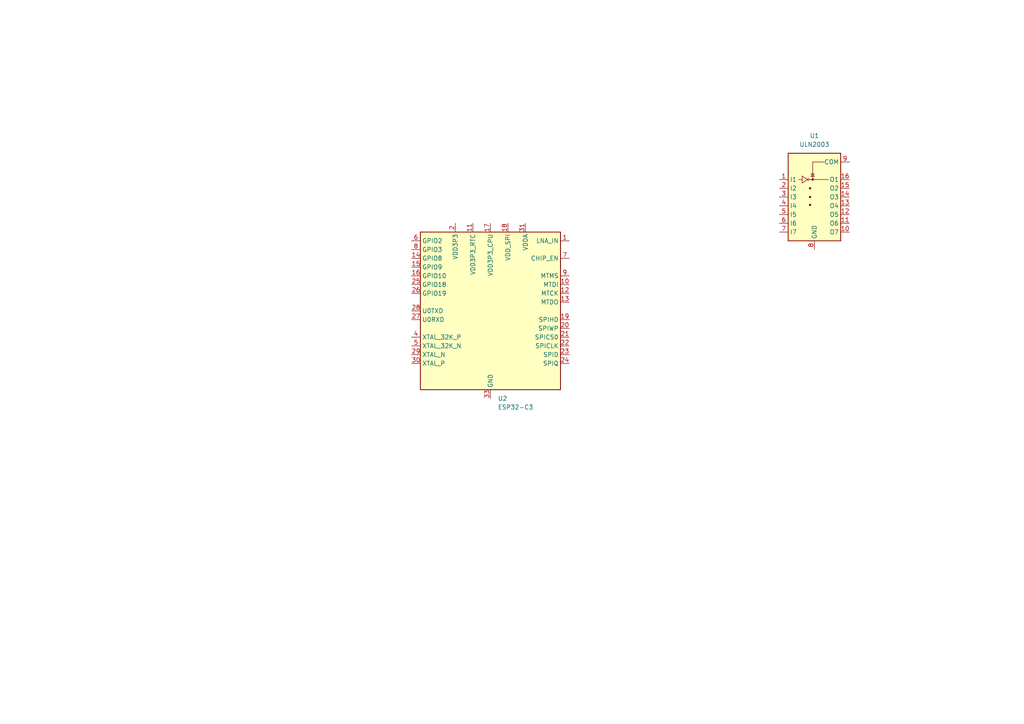
<source format=kicad_sch>
(kicad_sch (version 20250114) (generator "eeschema") (generator_version "9.0")
  (paper "A4")
  (lib_symbols
    (symbol "MCU_Espressif:ESP32-C3"
      (property "Reference" "U" (at -17.272 23.876 0))
      (property "Value" "ESP32-C3" (at 16.256 23.876 0))
      (symbol "ESP32-C3_1_1"
        (rectangle (start -20.32 22.86) (end 20.32 -22.86) (stroke (width 0.254)) (fill (type background)))
        (pin bidirectional line (at -22.86 20.32 0) (length 2.54) (name "GPIO2") (number "6"))
        (pin bidirectional line (at -22.86 17.78 0) (length 2.54) (name "GPIO3") (number "8"))
        (pin bidirectional line (at -22.86 15.24 0) (length 2.54) (name "GPIO8") (number "14"))
        (pin bidirectional line (at -22.86 12.7 0) (length 2.54) (name "GPIO9") (number "15"))
        (pin bidirectional line (at -22.86 10.16 0) (length 2.54) (name "GPIO10") (number "16"))
        (pin bidirectional line (at -22.86 7.62 0) (length 2.54) (name "GPIO18") (number "25"))
        (pin bidirectional line (at -22.86 5.08 0) (length 2.54) (name "GPIO19") (number "26"))
        (pin bidirectional line (at -22.86 0 0) (length 2.54) (name "U0TXD") (number "28"))
        (pin bidirectional line (at -22.86 -2.54 0) (length 2.54) (name "U0RXD") (number "27"))
        (pin bidirectional line (at -22.86 -7.62 0) (length 2.54) (name "XTAL_32K_P") (number "4"))
        (pin bidirectional line (at -22.86 -10.16 0) (length 2.54) (name "XTAL_32K_N") (number "5"))
        (pin bidirectional line (at -22.86 -12.7 0) (length 2.54) (name "XTAL_N") (number "29"))
        (pin bidirectional line (at -22.86 -15.24 0) (length 2.54) (name "XTAL_P") (number "30"))
        (pin power_in line (at -10.16 25.4 270) (length 2.54) (name "VDD3P3") (number "2"))
        (pin passive line (at -10.16 25.4 270) (length 2.54) (hide yes) (name "VDD3P3") (number "3"))
        (pin power_in line (at -5.08 25.4 270) (length 2.54) (name "VDD3P3_RTC") (number "11"))
        (pin power_in line (at 0 25.4 270) (length 2.54) (name "VDD3P3_CPU") (number "17"))
        (pin power_in line (at 0 -25.4 90) (length 2.54) (name "GND") (number "33"))
        (pin power_out line (at 5.08 25.4 270) (length 2.54) (name "VDD_SPI") (number "18"))
        (pin power_in line (at 10.16 25.4 270) (length 2.54) (name "VDDA") (number "31"))
        (pin passive line (at 10.16 25.4 270) (length 2.54) (hide yes) (name "VDDA") (number "32"))
        (pin bidirectional line (at 22.86 20.32 180) (length 2.54) (name "LNA_IN") (number "1"))
        (pin bidirectional line (at 22.86 15.24 180) (length 2.54) (name "CHIP_EN") (number "7"))
        (pin bidirectional line (at 22.86 10.16 180) (length 2.54) (name "MTMS") (number "9"))
        (pin bidirectional line (at 22.86 7.62 180) (length 2.54) (name "MTDI") (number "10"))
        (pin bidirectional line (at 22.86 5.08 180) (length 2.54) (name "MTCK") (number "12"))
        (pin bidirectional line (at 22.86 2.54 180) (length 2.54) (name "MTDO") (number "13"))
        (pin bidirectional line (at 22.86 -2.54 180) (length 2.54) (name "SPIHD") (number "19"))
        (pin bidirectional line (at 22.86 -5.08 180) (length 2.54) (name "SPIWP") (number "20"))
        (pin bidirectional line (at 22.86 -7.62 180) (length 2.54) (name "SPICS0") (number "21"))
        (pin bidirectional line (at 22.86 -10.16 180) (length 2.54) (name "SPICLK") (number "22"))
        (pin bidirectional line (at 22.86 -12.7 180) (length 2.54) (name "SPID") (number "23"))
        (pin bidirectional line (at 22.86 -15.24 180) (length 2.54) (name "SPIQ") (number "24"))
      )
    )
    (symbol "Transistor_Array:ULN2003"
      (property "Reference" "U" (at 0 15.875 0))
      (property "Value" "ULN2003" (at 0 13.97 0))
      (symbol "ULN2003_0_1"
        (rectangle (start -7.62 -12.7) (end 7.62 12.7) (stroke (width 0.254)) (fill (type background)))
        (polyline (pts (xy -4.572 5.08) (xy -3.556 5.08)))
        (polyline (pts (xy -3.556 6.096) (xy -3.556 4.064) (xy -2.032 5.08) (xy -3.556 6.096)))
        (circle (center -1.778 5.08) (radius 0.254))
        (polyline (pts (xy -1.524 5.08) (xy 4.064 5.08)))
        (circle (center -1.27 2.54) (radius 0.254) (fill (type outline)))
        (circle (center -1.27 0) (radius 0.254) (fill (type outline)))
        (circle (center -1.27 -2.286) (radius 0.254) (fill (type outline)))
        (circle (center -0.508 5.08) (radius 0.254) (fill (type outline)))
        (polyline (pts (xy -0.508 5.08) (xy -0.508 10.16) (xy 2.921 10.16)))
        (polyline (pts (xy 0 6.731) (xy -1.016 6.731)))
        (polyline (pts (xy 0 5.969) (xy -1.016 5.969) (xy -0.508 6.731) (xy 0 5.969)))
      )
      (symbol "ULN2003_1_1"
        (pin input line (at -10.16 5.08 0) (length 2.54) (name "I1") (number "1"))
        (pin input line (at -10.16 2.54 0) (length 2.54) (name "I2") (number "2"))
        (pin input line (at -10.16 0 0) (length 2.54) (name "I3") (number "3"))
        (pin input line (at -10.16 -2.54 0) (length 2.54) (name "I4") (number "4"))
        (pin input line (at -10.16 -5.08 0) (length 2.54) (name "I5") (number "5"))
        (pin input line (at -10.16 -7.62 0) (length 2.54) (name "I6") (number "6"))
        (pin input line (at -10.16 -10.16 0) (length 2.54) (name "I7") (number "7"))
        (pin power_in line (at 0 -15.24 90) (length 2.54) (name "GND") (number "8"))
        (pin passive line (at 10.16 10.16 180) (length 2.54) (name "COM") (number "9"))
        (pin open_collector line (at 10.16 5.08 180) (length 2.54) (name "O1") (number "16"))
        (pin open_collector line (at 10.16 2.54 180) (length 2.54) (name "O2") (number "15"))
        (pin open_collector line (at 10.16 0 180) (length 2.54) (name "O3") (number "14"))
        (pin open_collector line (at 10.16 -2.54 180) (length 2.54) (name "O4") (number "13"))
        (pin open_collector line (at 10.16 -5.08 180) (length 2.54) (name "O5") (number "12"))
        (pin open_collector line (at 10.16 -7.62 180) (length 2.54) (name "O6") (number "11"))
        (pin open_collector line (at 10.16 -10.16 180) (length 2.54) (name "O7") (number "10"))
      )
    )
  )
  (symbol (lib_id "Transistor_Array:ULN2003") (at 236.22 57.15 0) (unit 1)
    (property "Reference" "U1" (at 236.22 39.37 0))
    (property "Value" "ULN2003" (at 236.22 41.91 0))
    (property "Datasheet" "http://www.ti.com/lit/ds/symlink/uln2003a.pdf" (effects (hide yes)))
    (property "Description" "High Voltage, High Current Darlington Transistor Arrays, SOIC16/SOIC16W/DIP16/TSSOP16" (effects (hide yes)))
  )
  (symbol (lib_id "MCU_Espressif:ESP32-C3") (at 142.24 90.17 0) (unit 1)
    (property "Reference" "U2" (at 144.3833 115.57 0) (effects (justify left)))
    (property "Value" "ESP32-C3" (at 144.3833 118.11 0) (effects (justify left)))
    (property "Footprint" "Package_DFN_QFN:QFN-32-1EP_5x5mm_P0.5mm_EP3.7x3.7mm" (effects (hide yes)))
    (property "Datasheet" "https://www.espressif.com/sites/default/files/documentation/esp32-c3_datasheet_en.pdf" (effects (hide yes)))
    (property "Description" "RF Module, ESP32 SoC, RISC-V, WiFi 802.11b/n/g, Bluetooth LE 5, QFN32" (effects (hide yes)))
  )
)
</source>
